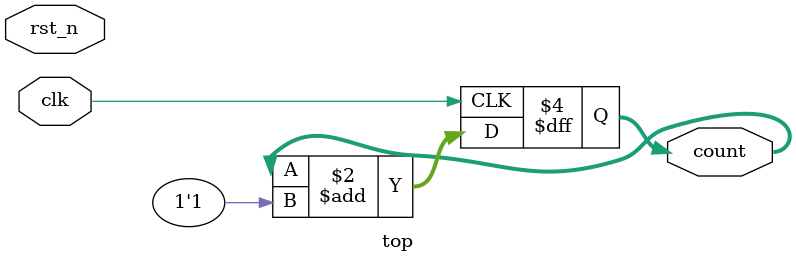
<source format=v>
module top(
  input            clk,  
  input            rst_n,
  output reg [7:0] count
);

initial begin
  count = 8'b0;
end

always @(posedge clk) begin
  count <= count + 1'b1;
end
endmodule

</source>
